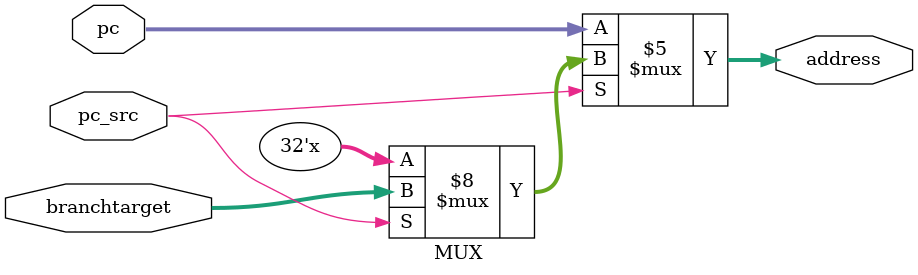
<source format=v>
`timescale 1ns / 1ps
module MUX(input [31:0] pc , input [31:0] branchtarget , input pc_src , output reg [31:0] address);
	
	always @(pc_src or pc or branchtarget)
	      begin
			
			//address = pcSource ? branchTarget : pc;
			if (pc_src == 1)
				address = branchtarget;
			if (pc_src == 0)
				address = pc;
				  
			end

endmodule

</source>
